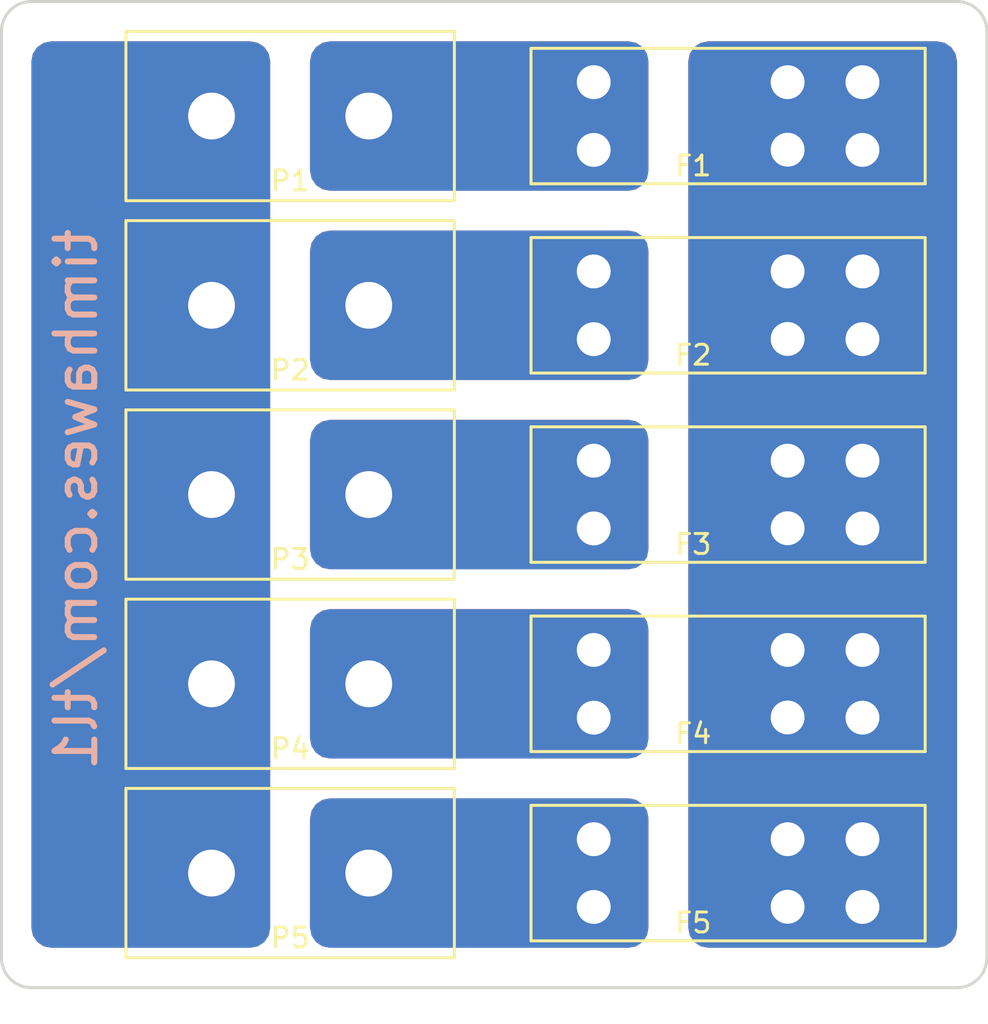
<source format=kicad_pcb>
(kicad_pcb (version 4) (host pcbnew 4.0.4+e1-6308~48~ubuntu16.04.1-stable)

  (general
    (links 33)
    (no_connects 0)
    (area 135.424999 68.424999 185.075001 118.075001)
    (thickness 1.6)
    (drawings 9)
    (tracks 42)
    (zones 0)
    (modules 10)
    (nets 8)
  )

  (page A4)
  (layers
    (0 F.Cu signal)
    (31 B.Cu signal)
    (32 B.Adhes user)
    (33 F.Adhes user)
    (34 B.Paste user)
    (35 F.Paste user)
    (36 B.SilkS user)
    (37 F.SilkS user)
    (38 B.Mask user)
    (39 F.Mask user)
    (40 Dwgs.User user)
    (41 Cmts.User user)
    (42 Eco1.User user)
    (43 Eco2.User user)
    (44 Edge.Cuts user)
    (45 Margin user)
    (46 B.CrtYd user)
    (47 F.CrtYd user)
    (48 B.Fab user)
    (49 F.Fab user)
  )

  (setup
    (last_trace_width 0.25)
    (trace_clearance 0.2)
    (zone_clearance 0.508)
    (zone_45_only no)
    (trace_min 0.2)
    (segment_width 0.2)
    (edge_width 0.15)
    (via_size 0.6)
    (via_drill 0.4)
    (via_min_size 0.4)
    (via_min_drill 0.3)
    (uvia_size 0.3)
    (uvia_drill 0.1)
    (uvias_allowed no)
    (uvia_min_size 0.2)
    (uvia_min_drill 0.1)
    (pcb_text_width 0.3)
    (pcb_text_size 1.5 1.5)
    (mod_edge_width 0.15)
    (mod_text_size 1 1)
    (mod_text_width 0.15)
    (pad_size 1.524 1.524)
    (pad_drill 0.762)
    (pad_to_mask_clearance 0.2)
    (aux_axis_origin 0 0)
    (visible_elements FFFFFF7F)
    (pcbplotparams
      (layerselection 0x010f0_80000001)
      (usegerberextensions true)
      (excludeedgelayer true)
      (linewidth 0.100000)
      (plotframeref false)
      (viasonmask false)
      (mode 1)
      (useauxorigin false)
      (hpglpennumber 1)
      (hpglpenspeed 20)
      (hpglpendiameter 15)
      (hpglpenoverlay 2)
      (psnegative false)
      (psa4output false)
      (plotreference true)
      (plotvalue true)
      (plotinvisibletext false)
      (padsonsilk false)
      (subtractmaskfromsilk false)
      (outputformat 1)
      (mirror false)
      (drillshape 0)
      (scaleselection 1)
      (outputdirectory output))
  )

  (net 0 "")
  (net 1 "Net-(F1-Pad2)")
  (net 2 "Net-(F1-Pad1)")
  (net 3 "Net-(F2-Pad1)")
  (net 4 "Net-(F3-Pad1)")
  (net 5 "Net-(F4-Pad1)")
  (net 6 "Net-(F5-Pad1)")
  (net 7 "Net-(P1-Pad1)")

  (net_class Default "This is the default net class."
    (clearance 0.2)
    (trace_width 0.25)
    (via_dia 0.6)
    (via_drill 0.4)
    (uvia_dia 0.3)
    (uvia_drill 0.1)
    (add_net "Net-(F1-Pad1)")
    (add_net "Net-(F1-Pad2)")
    (add_net "Net-(F2-Pad1)")
    (add_net "Net-(F3-Pad1)")
    (add_net "Net-(F4-Pad1)")
    (add_net "Net-(F5-Pad1)")
    (add_net "Net-(P1-Pad1)")
  )

  (module timhawes:POWERPOLE_01X02 (layer F.Cu) (tedit 5807DA53) (tstamp 5807D27B)
    (at 150 74.25)
    (path /5807C1B7)
    (fp_text reference P1 (at 0 3.25) (layer F.SilkS)
      (effects (font (size 1 1) (thickness 0.15)))
    )
    (fp_text value CONN_01X02 (at 0 6.75) (layer F.Fab)
      (effects (font (size 1 1) (thickness 0.15)))
    )
    (fp_line (start -8.25 -4.25) (end 8.25 -4.25) (layer F.SilkS) (width 0.15))
    (fp_line (start 8.25 -4.25) (end 8.25 4.25) (layer F.SilkS) (width 0.15))
    (fp_line (start 8.25 4.25) (end -8.25 4.25) (layer F.SilkS) (width 0.15))
    (fp_line (start -8.25 4.25) (end -8.25 -4.25) (layer F.SilkS) (width 0.15))
    (pad 2 thru_hole circle (at 3.95 0) (size 5 5) (drill 2.35) (layers *.Cu *.Mask)
      (net 2 "Net-(F1-Pad1)"))
    (pad 1 thru_hole circle (at -3.95 0) (size 5 5) (drill 2.35) (layers *.Cu *.Mask)
      (net 7 "Net-(P1-Pad1)"))
  )

  (module timhawes:POWERPOLE_01X02 (layer F.Cu) (tedit 5807DA56) (tstamp 5807D285)
    (at 150 83.75)
    (path /5807C20B)
    (fp_text reference P2 (at 0 3.25) (layer F.SilkS)
      (effects (font (size 1 1) (thickness 0.15)))
    )
    (fp_text value CONN_01X02 (at 0 6.75) (layer F.Fab)
      (effects (font (size 1 1) (thickness 0.15)))
    )
    (fp_line (start -8.25 -4.25) (end 8.25 -4.25) (layer F.SilkS) (width 0.15))
    (fp_line (start 8.25 -4.25) (end 8.25 4.25) (layer F.SilkS) (width 0.15))
    (fp_line (start 8.25 4.25) (end -8.25 4.25) (layer F.SilkS) (width 0.15))
    (fp_line (start -8.25 4.25) (end -8.25 -4.25) (layer F.SilkS) (width 0.15))
    (pad 2 thru_hole circle (at 3.95 0) (size 5 5) (drill 2.35) (layers *.Cu *.Mask)
      (net 3 "Net-(F2-Pad1)"))
    (pad 1 thru_hole circle (at -3.95 0) (size 5 5) (drill 2.35) (layers *.Cu *.Mask)
      (net 7 "Net-(P1-Pad1)"))
  )

  (module timhawes:POWERPOLE_01X02 (layer F.Cu) (tedit 5807DA58) (tstamp 5807D28F)
    (at 150 93.25)
    (path /5807C5F2)
    (fp_text reference P3 (at 0 3.25) (layer F.SilkS)
      (effects (font (size 1 1) (thickness 0.15)))
    )
    (fp_text value CONN_01X02 (at 0 6.75) (layer F.Fab)
      (effects (font (size 1 1) (thickness 0.15)))
    )
    (fp_line (start -8.25 -4.25) (end 8.25 -4.25) (layer F.SilkS) (width 0.15))
    (fp_line (start 8.25 -4.25) (end 8.25 4.25) (layer F.SilkS) (width 0.15))
    (fp_line (start 8.25 4.25) (end -8.25 4.25) (layer F.SilkS) (width 0.15))
    (fp_line (start -8.25 4.25) (end -8.25 -4.25) (layer F.SilkS) (width 0.15))
    (pad 2 thru_hole circle (at 3.95 0) (size 5 5) (drill 2.35) (layers *.Cu *.Mask)
      (net 4 "Net-(F3-Pad1)"))
    (pad 1 thru_hole circle (at -3.95 0) (size 5 5) (drill 2.35) (layers *.Cu *.Mask)
      (net 7 "Net-(P1-Pad1)"))
  )

  (module timhawes:POWERPOLE_01X02 (layer F.Cu) (tedit 5807DA5A) (tstamp 5807D299)
    (at 150 102.75)
    (path /5807C25E)
    (fp_text reference P4 (at 0 3.25) (layer F.SilkS)
      (effects (font (size 1 1) (thickness 0.15)))
    )
    (fp_text value CONN_01X02 (at 0 6.75) (layer F.Fab)
      (effects (font (size 1 1) (thickness 0.15)))
    )
    (fp_line (start -8.25 -4.25) (end 8.25 -4.25) (layer F.SilkS) (width 0.15))
    (fp_line (start 8.25 -4.25) (end 8.25 4.25) (layer F.SilkS) (width 0.15))
    (fp_line (start 8.25 4.25) (end -8.25 4.25) (layer F.SilkS) (width 0.15))
    (fp_line (start -8.25 4.25) (end -8.25 -4.25) (layer F.SilkS) (width 0.15))
    (pad 2 thru_hole circle (at 3.95 0) (size 5 5) (drill 2.35) (layers *.Cu *.Mask)
      (net 5 "Net-(F4-Pad1)"))
    (pad 1 thru_hole circle (at -3.95 0) (size 5 5) (drill 2.35) (layers *.Cu *.Mask)
      (net 7 "Net-(P1-Pad1)"))
  )

  (module timhawes:POWERPOLE_01X02 (layer F.Cu) (tedit 5807DA5C) (tstamp 5807D2A3)
    (at 150 112.25)
    (path /5807C29A)
    (fp_text reference P5 (at 0 3.25) (layer F.SilkS)
      (effects (font (size 1 1) (thickness 0.15)))
    )
    (fp_text value CONN_01X02 (at 0 6.75) (layer F.Fab)
      (effects (font (size 1 1) (thickness 0.15)))
    )
    (fp_line (start -8.25 -4.25) (end 8.25 -4.25) (layer F.SilkS) (width 0.15))
    (fp_line (start 8.25 -4.25) (end 8.25 4.25) (layer F.SilkS) (width 0.15))
    (fp_line (start 8.25 4.25) (end -8.25 4.25) (layer F.SilkS) (width 0.15))
    (fp_line (start -8.25 4.25) (end -8.25 -4.25) (layer F.SilkS) (width 0.15))
    (pad 2 thru_hole circle (at 3.95 0) (size 5 5) (drill 2.35) (layers *.Cu *.Mask)
      (net 6 "Net-(F5-Pad1)"))
    (pad 1 thru_hole circle (at -3.95 0) (size 5 5) (drill 2.35) (layers *.Cu *.Mask)
      (net 7 "Net-(P1-Pad1)"))
  )

  (module timhawes:KEYSTONE_3557_UNIVERSAL_FUSE_CLIP (layer F.Cu) (tedit 5807EF02) (tstamp 5807EAC7)
    (at 172 74.25)
    (path /5807C2CC)
    (fp_text reference F1 (at -1.75 2.5) (layer F.SilkS)
      (effects (font (size 1 1) (thickness 0.15)))
    )
    (fp_text value FUSE (at 0 5.9) (layer F.Fab)
      (effects (font (size 1 1) (thickness 0.15)))
    )
    (fp_line (start -9.9 3.4) (end -9.9 -3.4) (layer F.SilkS) (width 0.15))
    (fp_line (start -9.9 -3.4) (end 9.9 -3.4) (layer F.SilkS) (width 0.15))
    (fp_line (start 9.9 -3.4) (end 9.9 3.4) (layer F.SilkS) (width 0.15))
    (fp_line (start 9.9 3.4) (end -9.9 3.4) (layer F.SilkS) (width 0.15))
    (pad 2 thru_hole circle (at 2.99 1.69) (size 3.5 3.5) (drill 1.7) (layers *.Cu *.Mask)
      (net 1 "Net-(F1-Pad2)"))
    (pad 2 thru_hole circle (at 2.99 -1.7) (size 3.5 3.5) (drill 1.7) (layers *.Cu *.Mask)
      (net 1 "Net-(F1-Pad2)"))
    (pad 2 thru_hole circle (at 6.75 1.7) (size 3.5 3.5) (drill 1.7) (layers *.Cu *.Mask)
      (net 1 "Net-(F1-Pad2)"))
    (pad 2 thru_hole circle (at 6.75 -1.7) (size 3.5 3.5) (drill 1.7) (layers *.Cu *.Mask)
      (net 1 "Net-(F1-Pad2)"))
    (pad 1 thru_hole circle (at -6.75 1.7) (size 3.5 3.5) (drill 1.7) (layers *.Cu *.Mask)
      (net 2 "Net-(F1-Pad1)"))
    (pad 1 thru_hole circle (at -6.75 -1.7) (size 3.5 3.5) (drill 1.7) (layers *.Cu *.Mask)
      (net 2 "Net-(F1-Pad1)"))
  )

  (module timhawes:KEYSTONE_3557_UNIVERSAL_FUSE_CLIP (layer F.Cu) (tedit 5807EF06) (tstamp 5807EAD4)
    (at 172 83.75)
    (path /5807C35A)
    (fp_text reference F2 (at -1.75 2.5) (layer F.SilkS)
      (effects (font (size 1 1) (thickness 0.15)))
    )
    (fp_text value FUSE (at 0 5.9) (layer F.Fab)
      (effects (font (size 1 1) (thickness 0.15)))
    )
    (fp_line (start -9.9 3.4) (end -9.9 -3.4) (layer F.SilkS) (width 0.15))
    (fp_line (start -9.9 -3.4) (end 9.9 -3.4) (layer F.SilkS) (width 0.15))
    (fp_line (start 9.9 -3.4) (end 9.9 3.4) (layer F.SilkS) (width 0.15))
    (fp_line (start 9.9 3.4) (end -9.9 3.4) (layer F.SilkS) (width 0.15))
    (pad 2 thru_hole circle (at 2.99 1.69) (size 3.5 3.5) (drill 1.7) (layers *.Cu *.Mask)
      (net 1 "Net-(F1-Pad2)"))
    (pad 2 thru_hole circle (at 2.99 -1.7) (size 3.5 3.5) (drill 1.7) (layers *.Cu *.Mask)
      (net 1 "Net-(F1-Pad2)"))
    (pad 2 thru_hole circle (at 6.75 1.7) (size 3.5 3.5) (drill 1.7) (layers *.Cu *.Mask)
      (net 1 "Net-(F1-Pad2)"))
    (pad 2 thru_hole circle (at 6.75 -1.7) (size 3.5 3.5) (drill 1.7) (layers *.Cu *.Mask)
      (net 1 "Net-(F1-Pad2)"))
    (pad 1 thru_hole circle (at -6.75 1.7) (size 3.5 3.5) (drill 1.7) (layers *.Cu *.Mask)
      (net 3 "Net-(F2-Pad1)"))
    (pad 1 thru_hole circle (at -6.75 -1.7) (size 3.5 3.5) (drill 1.7) (layers *.Cu *.Mask)
      (net 3 "Net-(F2-Pad1)"))
  )

  (module timhawes:KEYSTONE_3557_UNIVERSAL_FUSE_CLIP (layer F.Cu) (tedit 5807EF0D) (tstamp 5807EAE1)
    (at 172 93.25)
    (path /5807C3A3)
    (fp_text reference F3 (at -1.75 2.5) (layer F.SilkS)
      (effects (font (size 1 1) (thickness 0.15)))
    )
    (fp_text value FUSE (at 0 5.9) (layer F.Fab)
      (effects (font (size 1 1) (thickness 0.15)))
    )
    (fp_line (start -9.9 3.4) (end -9.9 -3.4) (layer F.SilkS) (width 0.15))
    (fp_line (start -9.9 -3.4) (end 9.9 -3.4) (layer F.SilkS) (width 0.15))
    (fp_line (start 9.9 -3.4) (end 9.9 3.4) (layer F.SilkS) (width 0.15))
    (fp_line (start 9.9 3.4) (end -9.9 3.4) (layer F.SilkS) (width 0.15))
    (pad 2 thru_hole circle (at 2.99 1.69) (size 3.5 3.5) (drill 1.7) (layers *.Cu *.Mask)
      (net 1 "Net-(F1-Pad2)"))
    (pad 2 thru_hole circle (at 2.99 -1.7) (size 3.5 3.5) (drill 1.7) (layers *.Cu *.Mask)
      (net 1 "Net-(F1-Pad2)"))
    (pad 2 thru_hole circle (at 6.75 1.7) (size 3.5 3.5) (drill 1.7) (layers *.Cu *.Mask)
      (net 1 "Net-(F1-Pad2)"))
    (pad 2 thru_hole circle (at 6.75 -1.7) (size 3.5 3.5) (drill 1.7) (layers *.Cu *.Mask)
      (net 1 "Net-(F1-Pad2)"))
    (pad 1 thru_hole circle (at -6.75 1.7) (size 3.5 3.5) (drill 1.7) (layers *.Cu *.Mask)
      (net 4 "Net-(F3-Pad1)"))
    (pad 1 thru_hole circle (at -6.75 -1.7) (size 3.5 3.5) (drill 1.7) (layers *.Cu *.Mask)
      (net 4 "Net-(F3-Pad1)"))
  )

  (module timhawes:KEYSTONE_3557_UNIVERSAL_FUSE_CLIP (layer F.Cu) (tedit 5807EF10) (tstamp 5807EAEE)
    (at 172 102.75)
    (path /5807C3EF)
    (fp_text reference F4 (at -1.75 2.5) (layer F.SilkS)
      (effects (font (size 1 1) (thickness 0.15)))
    )
    (fp_text value FUSE (at 0 5.9) (layer F.Fab)
      (effects (font (size 1 1) (thickness 0.15)))
    )
    (fp_line (start -9.9 3.4) (end -9.9 -3.4) (layer F.SilkS) (width 0.15))
    (fp_line (start -9.9 -3.4) (end 9.9 -3.4) (layer F.SilkS) (width 0.15))
    (fp_line (start 9.9 -3.4) (end 9.9 3.4) (layer F.SilkS) (width 0.15))
    (fp_line (start 9.9 3.4) (end -9.9 3.4) (layer F.SilkS) (width 0.15))
    (pad 2 thru_hole circle (at 2.99 1.69) (size 3.5 3.5) (drill 1.7) (layers *.Cu *.Mask)
      (net 1 "Net-(F1-Pad2)"))
    (pad 2 thru_hole circle (at 2.99 -1.7) (size 3.5 3.5) (drill 1.7) (layers *.Cu *.Mask)
      (net 1 "Net-(F1-Pad2)"))
    (pad 2 thru_hole circle (at 6.75 1.7) (size 3.5 3.5) (drill 1.7) (layers *.Cu *.Mask)
      (net 1 "Net-(F1-Pad2)"))
    (pad 2 thru_hole circle (at 6.75 -1.7) (size 3.5 3.5) (drill 1.7) (layers *.Cu *.Mask)
      (net 1 "Net-(F1-Pad2)"))
    (pad 1 thru_hole circle (at -6.75 1.7) (size 3.5 3.5) (drill 1.7) (layers *.Cu *.Mask)
      (net 5 "Net-(F4-Pad1)"))
    (pad 1 thru_hole circle (at -6.75 -1.7) (size 3.5 3.5) (drill 1.7) (layers *.Cu *.Mask)
      (net 5 "Net-(F4-Pad1)"))
  )

  (module timhawes:KEYSTONE_3557_UNIVERSAL_FUSE_CLIP (layer F.Cu) (tedit 5807EF13) (tstamp 5807EAFB)
    (at 172 112.25)
    (path /5807C42A)
    (fp_text reference F5 (at -1.75 2.5) (layer F.SilkS)
      (effects (font (size 1 1) (thickness 0.15)))
    )
    (fp_text value FUSE (at 0 5.9) (layer F.Fab)
      (effects (font (size 1 1) (thickness 0.15)))
    )
    (fp_line (start -9.9 3.4) (end -9.9 -3.4) (layer F.SilkS) (width 0.15))
    (fp_line (start -9.9 -3.4) (end 9.9 -3.4) (layer F.SilkS) (width 0.15))
    (fp_line (start 9.9 -3.4) (end 9.9 3.4) (layer F.SilkS) (width 0.15))
    (fp_line (start 9.9 3.4) (end -9.9 3.4) (layer F.SilkS) (width 0.15))
    (pad 2 thru_hole circle (at 2.99 1.69) (size 3.5 3.5) (drill 1.7) (layers *.Cu *.Mask)
      (net 1 "Net-(F1-Pad2)"))
    (pad 2 thru_hole circle (at 2.99 -1.7) (size 3.5 3.5) (drill 1.7) (layers *.Cu *.Mask)
      (net 1 "Net-(F1-Pad2)"))
    (pad 2 thru_hole circle (at 6.75 1.7) (size 3.5 3.5) (drill 1.7) (layers *.Cu *.Mask)
      (net 1 "Net-(F1-Pad2)"))
    (pad 2 thru_hole circle (at 6.75 -1.7) (size 3.5 3.5) (drill 1.7) (layers *.Cu *.Mask)
      (net 1 "Net-(F1-Pad2)"))
    (pad 1 thru_hole circle (at -6.75 1.7) (size 3.5 3.5) (drill 1.7) (layers *.Cu *.Mask)
      (net 6 "Net-(F5-Pad1)"))
    (pad 1 thru_hole circle (at -6.75 -1.7) (size 3.5 3.5) (drill 1.7) (layers *.Cu *.Mask)
      (net 6 "Net-(F5-Pad1)"))
  )

  (gr_text timhawes.com/tl1 (at 139.25 93.5 90) (layer B.SilkS)
    (effects (font (size 2 2) (thickness 0.3)) (justify mirror))
  )
  (gr_line (start 135.5 116.5) (end 135.5 70) (angle 90) (layer Edge.Cuts) (width 0.15))
  (gr_line (start 183.5 118) (end 137 118) (angle 90) (layer Edge.Cuts) (width 0.15))
  (gr_line (start 185 70) (end 185 116.5) (angle 90) (layer Edge.Cuts) (width 0.15))
  (gr_arc (start 183.5 70) (end 183.5 68.5) (angle 90) (layer Edge.Cuts) (width 0.15))
  (gr_arc (start 183.5 116.5) (end 185 116.5) (angle 90) (layer Edge.Cuts) (width 0.15))
  (gr_arc (start 137 116.5) (end 137 118) (angle 90) (layer Edge.Cuts) (width 0.15))
  (gr_arc (start 137 70) (end 135.5 70) (angle 90) (layer Edge.Cuts) (width 0.15))
  (gr_line (start 137 68.5) (end 183.5 68.5) (angle 90) (layer Edge.Cuts) (width 0.15))

  (segment (start 174.99 75.94) (end 174.99 72.55) (width 0.25) (layer B.Cu) (net 1) (status C00000))
  (segment (start 174.99 72.55) (end 178.75 72.55) (width 0.25) (layer B.Cu) (net 1) (tstamp 5807EE7F) (status C00000))
  (segment (start 178.75 72.55) (end 178.75 75.95) (width 0.25) (layer B.Cu) (net 1) (tstamp 5807EE80) (status C00000))
  (segment (start 178.75 75.95) (end 178.75 82.05) (width 0.25) (layer B.Cu) (net 1) (tstamp 5807EE81) (status C00000))
  (segment (start 178.75 82.05) (end 174.99 82.05) (width 0.25) (layer B.Cu) (net 1) (tstamp 5807EE82) (status C00000))
  (segment (start 174.99 82.05) (end 174.99 85.44) (width 0.25) (layer B.Cu) (net 1) (tstamp 5807EE83) (status C00000))
  (segment (start 174.99 85.44) (end 175 85.45) (width 0.25) (layer B.Cu) (net 1) (tstamp 5807EE84) (status C00000))
  (segment (start 175 85.45) (end 178.75 85.45) (width 0.25) (layer B.Cu) (net 1) (tstamp 5807EE85) (status C00000))
  (segment (start 178.75 85.45) (end 178.75 91.55) (width 0.25) (layer B.Cu) (net 1) (tstamp 5807EE86) (status C00000))
  (segment (start 178.75 91.55) (end 174.99 91.55) (width 0.25) (layer B.Cu) (net 1) (tstamp 5807EE87) (status C00000))
  (segment (start 174.99 91.55) (end 174.99 94.94) (width 0.25) (layer B.Cu) (net 1) (tstamp 5807EE88) (status C00000))
  (segment (start 174.99 94.94) (end 175 94.95) (width 0.25) (layer B.Cu) (net 1) (tstamp 5807EE89) (status C00000))
  (segment (start 175 94.95) (end 178.75 94.95) (width 0.25) (layer B.Cu) (net 1) (tstamp 5807EE8A) (status C00000))
  (segment (start 178.75 94.95) (end 178.75 101.05) (width 0.25) (layer B.Cu) (net 1) (tstamp 5807EE8B) (status C00000))
  (segment (start 178.75 101.05) (end 174.99 101.05) (width 0.25) (layer B.Cu) (net 1) (tstamp 5807EE8C) (status C00000))
  (segment (start 174.99 101.05) (end 174.99 104.44) (width 0.25) (layer B.Cu) (net 1) (tstamp 5807EE8D) (status C00000))
  (segment (start 174.99 104.44) (end 175 104.45) (width 0.25) (layer B.Cu) (net 1) (tstamp 5807EE8E) (status C00000))
  (segment (start 175 104.45) (end 178.75 104.45) (width 0.25) (layer B.Cu) (net 1) (tstamp 5807EE8F) (status C00000))
  (segment (start 178.75 104.45) (end 178.75 110.55) (width 0.25) (layer B.Cu) (net 1) (tstamp 5807EE90) (status C00000))
  (segment (start 178.75 110.55) (end 174.99 110.55) (width 0.25) (layer B.Cu) (net 1) (tstamp 5807EE91) (status C00000))
  (segment (start 174.99 110.55) (end 174.99 113.94) (width 0.25) (layer B.Cu) (net 1) (tstamp 5807EE92) (status C00000))
  (segment (start 174.99 113.94) (end 175 113.95) (width 0.25) (layer B.Cu) (net 1) (tstamp 5807EE93) (status C00000))
  (segment (start 175 113.95) (end 178.75 113.95) (width 0.25) (layer B.Cu) (net 1) (tstamp 5807EE94) (status C00000))
  (segment (start 165.25 72.55) (end 165.25 75.95) (width 0.25) (layer B.Cu) (net 2) (status C00000))
  (segment (start 153.95 74.25) (end 163.55 74.25) (width 0.25) (layer B.Cu) (net 2))
  (segment (start 163.55 74.25) (end 165.25 72.55) (width 0.25) (layer B.Cu) (net 2) (tstamp 5807EE19))
  (segment (start 165.25 82.05) (end 165.25 85.45) (width 0.25) (layer B.Cu) (net 3) (status C00000))
  (segment (start 153.95 83.75) (end 163.55 83.75) (width 0.25) (layer B.Cu) (net 3))
  (segment (start 163.55 83.75) (end 165.25 82.05) (width 0.25) (layer B.Cu) (net 3) (tstamp 5807EE1D))
  (segment (start 165.25 91.55) (end 165.25 94.95) (width 0.25) (layer B.Cu) (net 4) (status C00000))
  (segment (start 153.95 93.25) (end 163.55 93.25) (width 0.25) (layer B.Cu) (net 4))
  (segment (start 163.55 93.25) (end 165.25 91.55) (width 0.25) (layer B.Cu) (net 4) (tstamp 5807EE29))
  (segment (start 165.25 101.05) (end 165.25 104.45) (width 0.25) (layer B.Cu) (net 5) (status C00000))
  (segment (start 153.95 102.75) (end 163.55 102.75) (width 0.25) (layer B.Cu) (net 5))
  (segment (start 163.55 102.75) (end 165.25 101.05) (width 0.25) (layer B.Cu) (net 5) (tstamp 5807EE2D))
  (segment (start 165.25 110.55) (end 165.25 113.95) (width 0.25) (layer B.Cu) (net 6) (status C00000))
  (segment (start 153.95 112.25) (end 163.55 112.25) (width 0.25) (layer B.Cu) (net 6))
  (segment (start 163.55 112.25) (end 165.25 110.55) (width 0.25) (layer B.Cu) (net 6) (tstamp 5807EE31))
  (segment (start 146.05 74.25) (end 146.05 83.75) (width 0.25) (layer B.Cu) (net 7))
  (segment (start 146.05 83.75) (end 146.05 93.25) (width 0.25) (layer B.Cu) (net 7) (tstamp 5807D412))
  (segment (start 146.05 93.25) (end 146.05 102.75) (width 0.25) (layer B.Cu) (net 7) (tstamp 5807D413))
  (segment (start 146.05 102.75) (end 146.05 112.25) (width 0.25) (layer B.Cu) (net 7) (tstamp 5807D414))

  (zone (net 7) (net_name "Net-(P1-Pad1)") (layer B.Cu) (tstamp 5807D438) (hatch edge 0.508)
    (connect_pads yes (clearance 0.508))
    (min_thickness 0.254)
    (fill yes (arc_segments 16) (thermal_gap 0.508) (thermal_bridge_width 0.508) (smoothing fillet) (radius 1))
    (polygon
      (pts
        (xy 137 70.5) (xy 149 70.5) (xy 149 116) (xy 137 116)
      )
    )
    (filled_polygon
      (pts
        (xy 148.33313 70.695752) (xy 148.615545 70.884455) (xy 148.804248 71.16687) (xy 148.873 71.512509) (xy 148.873 114.987491)
        (xy 148.804248 115.33313) (xy 148.615545 115.615545) (xy 148.33313 115.804248) (xy 147.987491 115.873) (xy 138.012509 115.873)
        (xy 137.66687 115.804248) (xy 137.384455 115.615545) (xy 137.195752 115.33313) (xy 137.127 114.987491) (xy 137.127 71.512509)
        (xy 137.195752 71.16687) (xy 137.384455 70.884455) (xy 137.66687 70.695752) (xy 138.012509 70.627) (xy 147.987491 70.627)
      )
    )
  )
  (zone (net 2) (net_name "Net-(F1-Pad1)") (layer B.Cu) (tstamp 5807D43B) (hatch edge 0.508)
    (connect_pads yes (clearance 0.508))
    (min_thickness 0.254)
    (fill yes (arc_segments 16) (thermal_gap 0.508) (thermal_bridge_width 0.508) (smoothing fillet) (radius 1))
    (polygon
      (pts
        (xy 168 70.5) (xy 168 78) (xy 151 78) (xy 151 70.5)
      )
    )
    (filled_polygon
      (pts
        (xy 167.33313 70.695752) (xy 167.615545 70.884455) (xy 167.804248 71.16687) (xy 167.873 71.512509) (xy 167.873 76.987491)
        (xy 167.804248 77.33313) (xy 167.615545 77.615545) (xy 167.33313 77.804248) (xy 166.987491 77.873) (xy 152.012509 77.873)
        (xy 151.66687 77.804248) (xy 151.384455 77.615545) (xy 151.195752 77.33313) (xy 151.127 76.987491) (xy 151.127 71.512509)
        (xy 151.195752 71.16687) (xy 151.384455 70.884455) (xy 151.66687 70.695752) (xy 152.012509 70.627) (xy 166.987491 70.627)
      )
    )
  )
  (zone (net 3) (net_name "Net-(F2-Pad1)") (layer B.Cu) (tstamp 5807D446) (hatch edge 0.508)
    (connect_pads yes (clearance 0.508))
    (min_thickness 0.254)
    (fill yes (arc_segments 16) (thermal_gap 0.508) (thermal_bridge_width 0.508) (smoothing fillet) (radius 1))
    (polygon
      (pts
        (xy 151 80) (xy 168 80) (xy 168 87.5) (xy 151 87.5)
      )
    )
    (filled_polygon
      (pts
        (xy 167.33313 80.195752) (xy 167.615545 80.384455) (xy 167.804248 80.66687) (xy 167.873 81.012509) (xy 167.873 86.487491)
        (xy 167.804248 86.83313) (xy 167.615545 87.115545) (xy 167.33313 87.304248) (xy 166.987491 87.373) (xy 152.012509 87.373)
        (xy 151.66687 87.304248) (xy 151.384455 87.115545) (xy 151.195752 86.83313) (xy 151.127 86.487491) (xy 151.127 81.012509)
        (xy 151.195752 80.66687) (xy 151.384455 80.384455) (xy 151.66687 80.195752) (xy 152.012509 80.127) (xy 166.987491 80.127)
      )
    )
  )
  (zone (net 4) (net_name "Net-(F3-Pad1)") (layer B.Cu) (tstamp 5807D447) (hatch edge 0.508)
    (connect_pads yes (clearance 0.508))
    (min_thickness 0.254)
    (fill yes (arc_segments 16) (thermal_gap 0.508) (thermal_bridge_width 0.508) (smoothing fillet) (radius 1))
    (polygon
      (pts
        (xy 151 89.5) (xy 168 89.5) (xy 168 97) (xy 151 97)
      )
    )
    (filled_polygon
      (pts
        (xy 167.33313 89.695752) (xy 167.615545 89.884455) (xy 167.804248 90.16687) (xy 167.873 90.512509) (xy 167.873 95.987491)
        (xy 167.804248 96.33313) (xy 167.615545 96.615545) (xy 167.33313 96.804248) (xy 166.987491 96.873) (xy 152.012509 96.873)
        (xy 151.66687 96.804248) (xy 151.384455 96.615545) (xy 151.195752 96.33313) (xy 151.127 95.987491) (xy 151.127 90.512509)
        (xy 151.195752 90.16687) (xy 151.384455 89.884455) (xy 151.66687 89.695752) (xy 152.012509 89.627) (xy 166.987491 89.627)
      )
    )
  )
  (zone (net 5) (net_name "Net-(F4-Pad1)") (layer B.Cu) (tstamp 5807D448) (hatch edge 0.508)
    (connect_pads yes (clearance 0.508))
    (min_thickness 0.254)
    (fill yes (arc_segments 16) (thermal_gap 0.508) (thermal_bridge_width 0.508) (smoothing fillet) (radius 1))
    (polygon
      (pts
        (xy 151 99) (xy 168 99) (xy 168 106.5) (xy 151 106.5)
      )
    )
    (filled_polygon
      (pts
        (xy 167.33313 99.195752) (xy 167.615545 99.384455) (xy 167.804248 99.66687) (xy 167.873 100.012509) (xy 167.873 105.487491)
        (xy 167.804248 105.83313) (xy 167.615545 106.115545) (xy 167.33313 106.304248) (xy 166.987491 106.373) (xy 152.012509 106.373)
        (xy 151.66687 106.304248) (xy 151.384455 106.115545) (xy 151.195752 105.83313) (xy 151.127 105.487491) (xy 151.127 100.012509)
        (xy 151.195752 99.66687) (xy 151.384455 99.384455) (xy 151.66687 99.195752) (xy 152.012509 99.127) (xy 166.987491 99.127)
      )
    )
  )
  (zone (net 6) (net_name "Net-(F5-Pad1)") (layer B.Cu) (tstamp 5807D449) (hatch edge 0.508)
    (connect_pads yes (clearance 0.508))
    (min_thickness 0.254)
    (fill yes (arc_segments 16) (thermal_gap 0.508) (thermal_bridge_width 0.508) (smoothing fillet) (radius 1))
    (polygon
      (pts
        (xy 168 116) (xy 151 116) (xy 151 108.5) (xy 168 108.5)
      )
    )
    (filled_polygon
      (pts
        (xy 167.33313 108.695752) (xy 167.615545 108.884455) (xy 167.804248 109.16687) (xy 167.873 109.512509) (xy 167.873 114.987491)
        (xy 167.804248 115.33313) (xy 167.615545 115.615545) (xy 167.33313 115.804248) (xy 166.987491 115.873) (xy 152.012509 115.873)
        (xy 151.66687 115.804248) (xy 151.384455 115.615545) (xy 151.195752 115.33313) (xy 151.127 114.987491) (xy 151.127 109.512509)
        (xy 151.195752 109.16687) (xy 151.384455 108.884455) (xy 151.66687 108.695752) (xy 152.012509 108.627) (xy 166.987491 108.627)
      )
    )
  )
  (zone (net 1) (net_name "Net-(F1-Pad2)") (layer B.Cu) (tstamp 5807D44A) (hatch edge 0.508)
    (connect_pads yes (clearance 0.508))
    (min_thickness 0.254)
    (fill yes (arc_segments 16) (thermal_gap 0.508) (thermal_bridge_width 0.508) (smoothing fillet) (radius 1))
    (polygon
      (pts
        (xy 170 70.5) (xy 183.5 70.5) (xy 183.5 116) (xy 170 116)
      )
    )
    (filled_polygon
      (pts
        (xy 182.83313 70.695752) (xy 183.115545 70.884455) (xy 183.304248 71.16687) (xy 183.373 71.512509) (xy 183.373 114.987491)
        (xy 183.304248 115.33313) (xy 183.115545 115.615545) (xy 182.83313 115.804248) (xy 182.487491 115.873) (xy 171.012509 115.873)
        (xy 170.66687 115.804248) (xy 170.384455 115.615545) (xy 170.195752 115.33313) (xy 170.127 114.987491) (xy 170.127 71.512509)
        (xy 170.195752 71.16687) (xy 170.384455 70.884455) (xy 170.66687 70.695752) (xy 171.012509 70.627) (xy 182.487491 70.627)
      )
    )
  )
  (zone (net 7) (net_name "Net-(P1-Pad1)") (layer F.Cu) (tstamp 5807D486) (hatch edge 0.508)
    (connect_pads yes (clearance 0.508))
    (min_thickness 0.254)
    (fill yes (arc_segments 16) (thermal_gap 0.508) (thermal_bridge_width 0.508) (smoothing fillet) (radius 1))
    (polygon
      (pts
        (xy 137 70.5) (xy 149 70.5) (xy 149 116) (xy 137 116)
      )
    )
    (filled_polygon
      (pts
        (xy 148.33313 70.695752) (xy 148.615545 70.884455) (xy 148.804248 71.16687) (xy 148.873 71.512509) (xy 148.873 114.987491)
        (xy 148.804248 115.33313) (xy 148.615545 115.615545) (xy 148.33313 115.804248) (xy 147.987491 115.873) (xy 138.012509 115.873)
        (xy 137.66687 115.804248) (xy 137.384455 115.615545) (xy 137.195752 115.33313) (xy 137.127 114.987491) (xy 137.127 71.512509)
        (xy 137.195752 71.16687) (xy 137.384455 70.884455) (xy 137.66687 70.695752) (xy 138.012509 70.627) (xy 147.987491 70.627)
      )
    )
  )
  (zone (net 2) (net_name "Net-(F1-Pad1)") (layer F.Cu) (tstamp 5807D487) (hatch edge 0.508)
    (connect_pads yes (clearance 0.508))
    (min_thickness 0.254)
    (fill yes (arc_segments 16) (thermal_gap 0.508) (thermal_bridge_width 0.508) (smoothing fillet) (radius 1))
    (polygon
      (pts
        (xy 151 70.5) (xy 168 70.5) (xy 168 78) (xy 151 78)
      )
    )
    (filled_polygon
      (pts
        (xy 167.33313 70.695752) (xy 167.615545 70.884455) (xy 167.804248 71.16687) (xy 167.873 71.512509) (xy 167.873 76.987491)
        (xy 167.804248 77.33313) (xy 167.615545 77.615545) (xy 167.33313 77.804248) (xy 166.987491 77.873) (xy 152.012509 77.873)
        (xy 151.66687 77.804248) (xy 151.384455 77.615545) (xy 151.195752 77.33313) (xy 151.127 76.987491) (xy 151.127 71.512509)
        (xy 151.195752 71.16687) (xy 151.384455 70.884455) (xy 151.66687 70.695752) (xy 152.012509 70.627) (xy 166.987491 70.627)
      )
    )
  )
  (zone (net 3) (net_name "Net-(F2-Pad1)") (layer F.Cu) (tstamp 5807D488) (hatch edge 0.508)
    (connect_pads yes (clearance 0.508))
    (min_thickness 0.254)
    (fill yes (arc_segments 16) (thermal_gap 0.508) (thermal_bridge_width 0.508) (smoothing fillet) (radius 1))
    (polygon
      (pts
        (xy 151 80) (xy 151 87.5) (xy 168 87.5) (xy 168 80)
      )
    )
    (filled_polygon
      (pts
        (xy 167.33313 80.195752) (xy 167.615545 80.384455) (xy 167.804248 80.66687) (xy 167.873 81.012509) (xy 167.873 86.487491)
        (xy 167.804248 86.83313) (xy 167.615545 87.115545) (xy 167.33313 87.304248) (xy 166.987491 87.373) (xy 152.012509 87.373)
        (xy 151.66687 87.304248) (xy 151.384455 87.115545) (xy 151.195752 86.83313) (xy 151.127 86.487491) (xy 151.127 81.012509)
        (xy 151.195752 80.66687) (xy 151.384455 80.384455) (xy 151.66687 80.195752) (xy 152.012509 80.127) (xy 166.987491 80.127)
      )
    )
  )
  (zone (net 4) (net_name "Net-(F3-Pad1)") (layer F.Cu) (tstamp 5807D489) (hatch edge 0.508)
    (connect_pads yes (clearance 0.508))
    (min_thickness 0.254)
    (fill yes (arc_segments 16) (thermal_gap 0.508) (thermal_bridge_width 0.508) (smoothing fillet) (radius 1))
    (polygon
      (pts
        (xy 168 97) (xy 151 97) (xy 151 89.5) (xy 168 89.5)
      )
    )
    (filled_polygon
      (pts
        (xy 167.33313 89.695752) (xy 167.615545 89.884455) (xy 167.804248 90.16687) (xy 167.873 90.512509) (xy 167.873 95.987491)
        (xy 167.804248 96.33313) (xy 167.615545 96.615545) (xy 167.33313 96.804248) (xy 166.987491 96.873) (xy 152.012509 96.873)
        (xy 151.66687 96.804248) (xy 151.384455 96.615545) (xy 151.195752 96.33313) (xy 151.127 95.987491) (xy 151.127 90.512509)
        (xy 151.195752 90.16687) (xy 151.384455 89.884455) (xy 151.66687 89.695752) (xy 152.012509 89.627) (xy 166.987491 89.627)
      )
    )
  )
  (zone (net 5) (net_name "Net-(F4-Pad1)") (layer F.Cu) (tstamp 5807D48A) (hatch edge 0.508)
    (connect_pads yes (clearance 0.508))
    (min_thickness 0.254)
    (fill yes (arc_segments 16) (thermal_gap 0.508) (thermal_bridge_width 0.508) (smoothing fillet) (radius 1))
    (polygon
      (pts
        (xy 168 99) (xy 168 106.5) (xy 151 106.5) (xy 151 99)
      )
    )
    (filled_polygon
      (pts
        (xy 167.33313 99.195752) (xy 167.615545 99.384455) (xy 167.804248 99.66687) (xy 167.873 100.012509) (xy 167.873 105.487491)
        (xy 167.804248 105.83313) (xy 167.615545 106.115545) (xy 167.33313 106.304248) (xy 166.987491 106.373) (xy 152.012509 106.373)
        (xy 151.66687 106.304248) (xy 151.384455 106.115545) (xy 151.195752 105.83313) (xy 151.127 105.487491) (xy 151.127 100.012509)
        (xy 151.195752 99.66687) (xy 151.384455 99.384455) (xy 151.66687 99.195752) (xy 152.012509 99.127) (xy 166.987491 99.127)
      )
    )
  )
  (zone (net 6) (net_name "Net-(F5-Pad1)") (layer F.Cu) (tstamp 5807D48B) (hatch edge 0.508)
    (connect_pads yes (clearance 0.508))
    (min_thickness 0.254)
    (fill yes (arc_segments 16) (thermal_gap 0.508) (thermal_bridge_width 0.508) (smoothing fillet) (radius 1))
    (polygon
      (pts
        (xy 151 108.5) (xy 168 108.5) (xy 168 116) (xy 151 116)
      )
    )
    (filled_polygon
      (pts
        (xy 167.33313 108.695752) (xy 167.615545 108.884455) (xy 167.804248 109.16687) (xy 167.873 109.512509) (xy 167.873 114.987491)
        (xy 167.804248 115.33313) (xy 167.615545 115.615545) (xy 167.33313 115.804248) (xy 166.987491 115.873) (xy 152.012509 115.873)
        (xy 151.66687 115.804248) (xy 151.384455 115.615545) (xy 151.195752 115.33313) (xy 151.127 114.987491) (xy 151.127 109.512509)
        (xy 151.195752 109.16687) (xy 151.384455 108.884455) (xy 151.66687 108.695752) (xy 152.012509 108.627) (xy 166.987491 108.627)
      )
    )
  )
  (zone (net 1) (net_name "Net-(F1-Pad2)") (layer F.Cu) (tstamp 5807D48C) (hatch edge 0.508)
    (connect_pads yes (clearance 0.508))
    (min_thickness 0.254)
    (fill yes (arc_segments 16) (thermal_gap 0.508) (thermal_bridge_width 0.508) (smoothing fillet) (radius 1))
    (polygon
      (pts
        (xy 170 116) (xy 183.5 116) (xy 183.5 70.5) (xy 170 70.5)
      )
    )
    (filled_polygon
      (pts
        (xy 182.83313 70.695752) (xy 183.115545 70.884455) (xy 183.304248 71.16687) (xy 183.373 71.512509) (xy 183.373 114.987491)
        (xy 183.304248 115.33313) (xy 183.115545 115.615545) (xy 182.83313 115.804248) (xy 182.487491 115.873) (xy 171.012509 115.873)
        (xy 170.66687 115.804248) (xy 170.384455 115.615545) (xy 170.195752 115.33313) (xy 170.127 114.987491) (xy 170.127 71.512509)
        (xy 170.195752 71.16687) (xy 170.384455 70.884455) (xy 170.66687 70.695752) (xy 171.012509 70.627) (xy 182.487491 70.627)
      )
    )
  )
)

</source>
